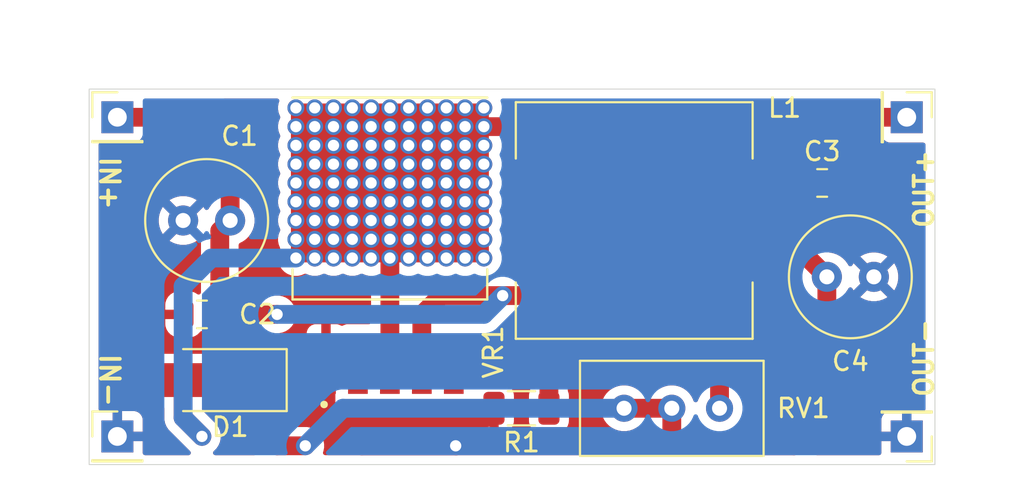
<source format=kicad_pcb>
(kicad_pcb (version 20241229) (generator "pcbnew") (generator_version "9.0")
  (layers (0 "F.Cu" signal) (2 "B.Cu" signal) (13 "F.Paste" user) (15 "B.Paste" user) (5 "F.SilkS" user "F.Silkscreen") (7 "B.SilkS" user "B.Silkscreen") (1 "F.Mask" user) (3 "B.Mask" user) (25 "Edge.Cuts" user))
  (net 0 "")
  (net 1 "GND")
  (net 2 "Net-(J1-Pin_1)")
  (net 3 "Net-(D1-K)")
  (net 4 "Net-(D1-A)")
  (net 5 "Net-(VR1-FB)")
  (footprint "Inductor_SMD:L_12x12mm_H8mm" (layer "F.Cu") (at 154.5 96.5)
    (property "Reference" "L1" (at 8 -6 0) (layer "F.SilkS"))
    (property "Value" "33uH")
    (fp_line (start -6.3 -6.3) (end 6.3 -6.3) (stroke (width 0.12)) (layer "F.SilkS"))
    (fp_line (start -6.3 -3.3) (end -6.3 -6.3) (stroke (width 0.12)) (layer "F.SilkS"))
    (fp_line (start -6.3 6.3) (end -6.3 3.3) (stroke (width 0.12)) (layer "F.SilkS"))
    (fp_line (start 6.3 -6.3) (end 6.3 -3.3) (stroke (width 0.12)) (layer "F.SilkS"))
    (fp_line (start 6.3 3.3) (end 6.3 6.3) (stroke (width 0.12)) (layer "F.SilkS"))
    (fp_line (start 6.3 6.3) (end -6.3 6.3) (stroke (width 0.12)) (layer "F.SilkS"))
    (pad "1" smd rect (at -4.95 0) (size 2.9 5.4) (layers "F.Cu" "F.Mask" "F.Paste") (net 2 "Net-(J1-Pin_1)"))
    (pad "2" smd rect (at 4.95 0) (size 2.9 5.4) (layers "F.Cu" "F.Mask" "F.Paste") (net 4 "Net-(D1-A)"))
  )
  (footprint "Connector_PinHeader_2.54mm:PinHeader_1x01_P2.54mm_Vertical" (layer "F.Cu") (at 127 108)
    (property "Reference" "J2" (hide yes))
    (property "Value" "Conn_01x01_Pin")
    (fp_line (start -1.33 -1.33) (end 0 -1.33) (stroke (width 0.12)) (layer "F.SilkS"))
    (fp_line (start -1.33 0) (end -1.33 -1.33) (stroke (width 0.12)) (layer "F.SilkS"))
    (fp_line (start -1.33 1.27) (end -1.33 1.33) (stroke (width 0.12)) (layer "F.SilkS"))
    (fp_line (start -1.33 1.27) (end 1.33 1.27) (stroke (width 0.12)) (layer "F.SilkS"))
    (fp_line (start -1.33 1.33) (end 1.33 1.33) (stroke (width 0.12)) (layer "F.SilkS"))
    (fp_line (start 1.33 1.27) (end 1.33 1.33) (stroke (width 0.12)) (layer "F.SilkS"))
    (pad "1" thru_hole rect (at 0 0) (size 1.7 1.7) (drill 1) (layers "*.Cu" "*.Mask") (net 1 "GND"))
  )
  (footprint "Capacitor_THT:C_Radial_D6.3mm_H11.0mm_P2.50mm" (layer "F.Cu") (at 133 96.5 180)
    (property "Reference" "C1" (at -0.5 4.5 0) (layer "F.SilkS"))
    (property "Value" "47uF/50V")
    (fp_circle (center 1.25 0) (end 4.52 0) (stroke (width 0.12)) (fill no) (layer "F.SilkS"))
    (pad "1" thru_hole circle (at 0 0 180) (size 1.6 1.6) (drill 0.8) (layers "*.Cu" "*.Mask") (net 2 "Net-(J1-Pin_1)"))
    (pad "2" thru_hole circle (at 2.5 0 180) (size 1.6 1.6) (drill 0.8) (layers "*.Cu" "*.Mask") (net 1 "GND"))
  )
  (footprint "Capacitor_SMD:C_0805_2012Metric" (layer "F.Cu") (at 131.5 101.5 180)
    (property "Reference" "C2" (at -2.95 0 0) (layer "F.SilkS"))
    (property "Value" "1uF")
    (fp_line (start -0.261252 0.735) (end 0.261252 0.735) (stroke (width 0.12)) (layer "F.SilkS"))
    (fp_line (start -0.261252 -0.735) (end 0.261252 -0.735) (stroke (width 0.12)) (layer "F.SilkS"))
    (pad "1" smd roundrect (at -0.95 0 180) (size 1 1.45) (layers "F.Cu" "F.Mask" "F.Paste") (net 2 "Net-(J1-Pin_1)"))
    (pad "2" smd roundrect (at 0.95 0 180) (size 1 1.45) (layers "F.Cu" "F.Mask" "F.Paste") (net 1 "GND"))
  )
  (footprint "Resistor_SMD:R_1206_3216Metric" (layer "F.Cu") (at 148.5 106.5 180)
    (property "Reference" "R1" (at 0 -1.82 0) (layer "F.SilkS"))
    (property "Value" "1K")
    (fp_line (start -0.727064 0.91) (end 0.727064 0.91) (stroke (width 0.12)) (layer "F.SilkS"))
    (fp_line (start -0.727064 -0.91) (end 0.727064 -0.91) (stroke (width 0.12)) (layer "F.SilkS"))
    (pad "1" smd roundrect (at -1.4625 0 180) (size 1.125 1.75) (layers "F.Cu" "F.Mask" "F.Paste") (roundrect_rratio 0.222222) (net 5 "Net-(VR1-FB)"))
    (pad "2" smd roundrect (at 1.4625 0 180) (size 1.125 1.75) (layers "F.Cu" "F.Mask" "F.Paste") (roundrect_rratio 0.222222) (net 1 "GND"))
  )
  (footprint "Connector_PinHeader_2.54mm:PinHeader_1x01_P2.54mm_Vertical" (layer "F.Cu") (at 169 108 180)
    (property "Reference" "J3" (hide yes))
    (property "Value" "Conn_01x01_Pin")
    (fp_line (start 1.33 1.27) (end 1.33 1.33) (stroke (width 0.12)) (layer "F.SilkS"))
    (fp_line (start -1.33 1.33) (end 1.33 1.33) (stroke (width 0.12)) (layer "F.SilkS"))
    (fp_line (start -1.33 1.27) (end 1.33 1.27) (stroke (width 0.12)) (layer "F.SilkS"))
    (fp_line (start -1.33 1.27) (end -1.33 1.33) (stroke (width 0.12)) (layer "F.SilkS"))
    (fp_line (start -1.33 0) (end -1.33 -1.33) (stroke (width 0.12)) (layer "F.SilkS"))
    (fp_line (start -1.33 -1.33) (end 0 -1.33) (stroke (width 0.12)) (layer "F.SilkS"))
    (pad "1" thru_hole rect (at 0 0 180) (size 1.7 1.7) (drill 1) (layers "*.Cu" "*.Mask") (net 1 "GND"))
  )
  (footprint "Capacitor_THT:C_Radial_D6.3mm_H11.0mm_P2.50mm" (layer "F.Cu") (at 164.75 99.5)
    (property "Reference" "C4" (at 1.25 4.5 0) (layer "F.SilkS"))
    (property "Value" "220uF/50V")
    (fp_circle (center 1.25 0) (end 4.52 0) (stroke (width 0.12)) (fill no) (layer "F.SilkS"))
    (pad "1" thru_hole circle (at 0 0) (size 1.6 1.6) (drill 0.8) (layers "*.Cu" "*.Mask") (net 3 "Net-(D1-K)"))
    (pad "2" thru_hole circle (at 2.5 0) (size 1.6 1.6) (drill 0.8) (layers "*.Cu" "*.Mask") (net 1 "GND"))
  )
  (footprint "Capacitor_SMD:C_0805_2012Metric" (layer "F.Cu") (at 164.5 94.5)
    (property "Reference" "C3" (at 0 -1.68 0) (layer "F.SilkS"))
    (property "Value" "1uF")
    (fp_line (start -0.261252 -0.735) (end 0.261252 -0.735) (stroke (width 0.12)) (layer "F.SilkS"))
    (fp_line (start -0.261252 0.735) (end 0.261252 0.735) (stroke (width 0.12)) (layer "F.SilkS"))
    (pad "1" smd roundrect (at -0.95 0) (size 1 1.45) (layers "F.Cu" "F.Mask" "F.Paste") (net 3 "Net-(D1-K)"))
    (pad "2" smd roundrect (at 0.95 0) (size 1 1.45) (layers "F.Cu" "F.Mask" "F.Paste") (net 1 "GND"))
  )
  (footprint "Connector_PinHeader_2.54mm:PinHeader_1x01_P2.54mm_Vertical" (layer "F.Cu") (at 127 91)
    (property "Reference" "J1" (hide yes))
    (property "Value" "Conn_01x01_Pin")
    (fp_line (start -1.33 -1.33) (end 0 -1.33) (stroke (width 0.12)) (layer "F.SilkS"))
    (fp_line (start -1.33 0) (end -1.33 -1.33) (stroke (width 0.12)) (layer "F.SilkS"))
    (fp_line (start -1.33 1.27) (end -1.33 1.33) (stroke (width 0.12)) (layer "F.SilkS"))
    (fp_line (start -1.33 1.27) (end 1.33 1.27) (stroke (width 0.12)) (layer "F.SilkS"))
    (fp_line (start -1.33 1.33) (end 1.33 1.33) (stroke (width 0.12)) (layer "F.SilkS"))
    (fp_line (start 1.33 1.27) (end 1.33 1.33) (stroke (width 0.12)) (layer "F.SilkS"))
    (pad "1" thru_hole rect (at 0 0) (size 1.7 1.7) (drill 1) (layers "*.Cu" "*.Mask") (net 2 "Net-(J1-Pin_1)"))
  )
  (footprint "Connector_PinHeader_2.54mm:PinHeader_1x01_P2.54mm_Vertical" (layer "F.Cu") (at 169 91 -90)
    (property "Reference" "J4" (hide yes))
    (property "Value" "Conn_01x01_Pin")
    (fp_line (start -1.33 1.33) (end 1.33 1.33) (stroke (width 0.12)) (layer "F.SilkS"))
    (fp_line (start -1.33 1.27) (end -1.33 1.33) (stroke (width 0.12)) (layer "F.SilkS"))
    (fp_line (start -1.33 1.27) (end 1.33 1.27) (stroke (width 0.12)) (layer "F.SilkS"))
    (fp_line (start 1.33 1.27) (end 1.33 1.33) (stroke (width 0.12)) (layer "F.SilkS"))
    (fp_line (start -1.33 0) (end -1.33 -1.33) (stroke (width 0.12)) (layer "F.SilkS"))
    (fp_line (start -1.33 -1.33) (end 0 -1.33) (stroke (width 0.12)) (layer "F.SilkS"))
    (pad "1" thru_hole rect (at 0 0 270) (size 1.7 1.7) (drill 1) (layers "*.Cu" "*.Mask") (net 3 "Net-(D1-K)"))
  )
  (footprint "XL6009:XL6009" (layer "F.Cu") (at 141.5 98 90)
    (property "Reference" "VR1" (at -5.5 5.5 90) (layer "F.SilkS"))
    (property "Value" "XL6009")
    (fp_line (start 8.05 -5.18) (end 8.05 5.18) (stroke (width 0.127)) (layer "F.SilkS"))
    (fp_line (start -1.1 -5.18) (end -2.705 -5.18) (stroke (width 0.127)) (layer "F.SilkS"))
    (fp_line (start -2.705 -5.18) (end -2.705 5.18) (stroke (width 0.127)) (layer "F.SilkS"))
    (fp_line (start -1.1 5.18) (end -2.705 5.18) (stroke (width 0.127)) (layer "F.SilkS"))
    (fp_circle (center -8.3 -3.5) (end -8.2 -3.5) (stroke (width 0.2)) (fill no) (layer "F.SilkS"))
    (pad "1" smd rect (at -6.13 -3.4 90) (size 3.21 1.05) (layers "F.Cu" "F.Mask" "F.Paste") (net 1 "GND"))
    (pad "2" smd rect (at -6.13 -1.7 90) (size 3.21 1.05) (layers "F.Cu" "F.Mask" "F.Paste"))
    (pad "3" smd rect (at -6.13 0 90) (size 3.21 1.05) (layers "F.Cu" "F.Mask" "F.Paste") (net 4 "Net-(D1-A)"))
    (pad "4" smd rect (at -6.13 1.7 90) (size 3.21 1.05) (layers "F.Cu" "F.Mask" "F.Paste") (net 2 "Net-(J1-Pin_1)"))
    (pad "5" smd rect (at -6.13 3.4 90) (size 3.21 1.05) (layers "F.Cu" "F.Mask" "F.Paste") (net 5 "Net-(VR1-FB)"))
    (pad "6" smd rect (at 3.5 0 90) (size 8.46 10.53) (layers "F.Cu" "F.Mask") (net 4 "Net-(D1-A)"))
  )
  (footprint "Diode_SMD:D_SMA" (layer "F.Cu") (at 132.5 105 180)
    (property "Reference" "D1" (at -0.5 -2.5 0) (layer "F.SilkS"))
    (property "Value" "SS34")
    (fp_line (start -3.51 1.65) (end 2 1.65) (stroke (width 0.12)) (layer "F.SilkS"))
    (fp_line (start -3.51 -1.65) (end 2 -1.65) (stroke (width 0.12)) (layer "F.SilkS"))
    (fp_line (start -3.51 -1.65) (end -3.51 1.65) (stroke (width 0.12)) (layer "F.SilkS"))
    (pad "1" smd roundrect (at -2 0 180) (size 2.5 1.8) (layers "F.Cu" "F.Mask" "F.Paste") (roundrect_rratio 0.1388888889) (net 3 "Net-(D1-K)"))
    (pad "2" smd roundrect (at 2 0 180) (size 2.5 1.8) (layers "F.Cu" "F.Mask" "F.Paste") (roundrect_rratio 0.1388888889) (net 4 "Net-(D1-A)"))
  )
  (footprint "Potentiometer_THT:Potentiometer_Bourns_3296W_Vertical" (layer "F.Cu") (at 159.04 106.5)
    (property "Reference" "RV1" (at 4.46 0 0) (layer "F.SilkS"))
    (property "Value" "50K")
    (fp_line (start -7.425 -2.53) (end -7.425 2.54) (stroke (width 0.12)) (layer "F.SilkS"))
    (fp_line (start -7.425 -2.53) (end 2.345 -2.53) (stroke (width 0.12)) (layer "F.SilkS"))
    (fp_line (start -7.425 2.54) (end 2.345 2.54) (stroke (width 0.12)) (layer "F.SilkS"))
    (fp_line (start 2.345 -2.53) (end 2.345 2.54) (stroke (width 0.12)) (layer "F.SilkS"))
    (pad "1" thru_hole circle (at 0 0) (size 1.44 1.44) (drill 0.8) (layers "*.Cu" "*.Mask") (net 5 "Net-(VR1-FB)"))
    (pad "2" thru_hole circle (at -2.54 0) (size 1.44 1.44) (drill 0.8) (layers "*.Cu" "*.Mask") (net 3 "Net-(D1-K)"))
    (pad "3" thru_hole circle (at -5.08 0) (size 1.44 1.44) (drill 0.8) (layers "*.Cu" "*.Mask") (net 3 "Net-(D1-K)"))
  )
  (gr_rect (start 125.5 89.5) (end 170.5 109.5) (stroke (width 0.05)) (fill no) (layer "Edge.Cuts"))
  (gr_text "IN+" (at 126 93 270) (layer "F.SilkS") (effects (font (size 1 1) (thickness 0.2) (bold yes)) (justify left bottom)))
  (gr_text "IN-" (at 126 103.5 270) (layer "F.SilkS") (effects (font (size 1 1) (thickness 0.2) (bold yes)) (justify left bottom)))
  (gr_text "OUT-" (at 170.5 106 90) (layer "F.SilkS") (effects (font (size 1 1) (thickness 0.2) (bold yes)) (justify left bottom)))
  (gr_text "OUT+" (at 170.5 97 90) (layer "F.SilkS") (effects (font (size 1 1) (thickness 0.2) (bold yes)) (justify left bottom)))
  (segment (start 140 108.5) (end 145 108.5) (width 1) (layer "F.Cu") (net 1))
  (segment (start 138.1 104.13) (end 138.1 106.6) (width 1) (layer "F.Cu") (net 1))
  (segment (start 145.0375 108.5) (end 147.0375 106.5) (width 1) (layer "F.Cu") (net 1))
  (segment (start 145 108.5) (end 145.0375 108.5) (width 1) (layer "F.Cu") (net 1))
  (segment (start 138.1 106.6) (end 140 108.5) (width 1) (layer "F.Cu") (net 1))
  (via (at 145 108.5) (size 0.9) (drill 0.6) (layers "F.Cu" "B.Cu") (net 1))
  (segment (start 127 91) (end 132 91) (width 1) (layer "F.Cu") (net 2))
  (segment (start 132.45 97.05) (end 133 96.5) (width 1) (layer "F.Cu") (net 2))
  (segment (start 132.45 101.5) (end 132.45 97.05) (width 1) (layer "F.Cu") (net 2))
  (segment (start 143.2 104.13) (end 143.2 101.525) (width 1) (layer "F.Cu") (net 2))
  (segment (start 132 91) (end 133 92) (width 1) (layer "F.Cu") (net 2))
  (segment (start 133 92) (end 133 96.5) (width 1) (layer "F.Cu") (net 2))
  (segment (start 132.45 101.5) (end 135.5 101.5) (width 1) (layer "F.Cu") (net 2))
  (segment (start 146.5 100.5) (end 147.5 100.5) (width 1) (layer "F.Cu") (net 2))
  (segment (start 149.5 100.5) (end 150.05 99.95) (width 1) (layer "F.Cu") (net 2))
  (segment (start 147.5 100.5) (end 149.5 100.5) (width 1) (layer "F.Cu") (net 2))
  (segment (start 150.05 99.95) (end 150.05 96.5) (width 1) (layer "F.Cu") (net 2))
  (segment (start 144.225 100.5) (end 146.5 100.5) (width 1) (layer "F.Cu") (net 2))
  (segment (start 143.2 101.525) (end 144.225 100.5) (width 1) (layer "F.Cu") (net 2))
  (via (at 147.5 100.5) (size 0.9) (drill 0.6) (layers "F.Cu" "B.Cu") (net 2))
  (via (at 135.5 101.5) (size 0.9) (drill 0.6) (layers "F.Cu" "B.Cu") (net 2))
  (segment (start 146.5 101.5) (end 147.5 100.5) (width 1) (layer "B.Cu") (net 2))
  (segment (start 135.5 101.5) (end 146.5 101.5) (width 1) (layer "B.Cu") (net 2))
  (segment (start 134.5 107.5) (end 134.5 105) (width 1) (layer "F.Cu") (net 3))
  (segment (start 137 108.5) (end 135.5 108.5) (width 1) (layer "F.Cu") (net 3))
  (segment (start 153.96 106.5) (end 156.5 106.5) (width 1) (layer "F.Cu") (net 3))
  (segment (start 157 108.5) (end 163 108.5) (width 1) (layer "F.Cu") (net 3))
  (segment (start 163.5 93) (end 163.55 93.05) (width 1) (layer "F.Cu") (net 3))
  (segment (start 164.75 106.75) (end 164.75 99.5) (width 1) (layer "F.Cu") (net 3))
  (segment (start 163.55 98.3) (end 164.75 99.5) (width 1) (layer "F.Cu") (net 3))
  (segment (start 165.5 91) (end 163.5 93) (width 1) (layer "F.Cu") (net 3))
  (segment (start 169 91) (end 165.5 91) (width 1) (layer "F.Cu") (net 3))
  (segment (start 135.5 108.5) (end 134.5 107.5) (width 1) (layer "F.Cu") (net 3))
  (segment (start 163 108.5) (end 164.75 106.75) (width 1) (layer "F.Cu") (net 3))
  (segment (start 163.55 94.5) (end 163.55 98.3) (width 1) (layer "F.Cu") (net 3))
  (segment (start 163.55 93.05) (end 163.55 94.5) (width 1) (layer "F.Cu") (net 3))
  (segment (start 156.5 106.5) (end 156.5 108) (width 1) (layer "F.Cu") (net 3))
  (segment (start 156.5 108) (end 157 108.5) (width 1) (layer "F.Cu") (net 3))
  (via (at 137 108.5) (size 0.9) (drill 0.6) (layers "F.Cu" "B.Cu") (net 3))
  (segment (start 137 108.5) (end 139 106.5) (width 1) (layer "B.Cu") (net 3))
  (segment (start 139 106.5) (end 153.96 106.5) (width 1) (layer "B.Cu") (net 3))
  (segment (start 141.5 104.13) (end 141.5 94.5) (width 1) (layer "F.Cu") (net 4))
  (segment (start 130.5 105) (end 130.5 107) (width 1) (layer "F.Cu") (net 4))
  (segment (start 157 91.5) (end 146.5 91.5) (width 1) (layer "F.Cu") (net 4))
  (segment (start 159.95 96.5) (end 159.95 94.45) (width 1) (layer "F.Cu") (net 4))
  (segment (start 159.95 94.45) (end 157 91.5) (width 1) (layer "F.Cu") (net 4))
  (segment (start 130.5 107) (end 131.5 108) (width 1) (layer "F.Cu") (net 4))
  (via (at 145.5 92.5) (size 0.9) (drill 0.6) (layers "F.Cu" "B.Cu") (net 4))
  (via (at 145.5 91.5) (size 0.9) (drill 0.6) (layers "F.Cu" "B.Cu") (net 4))
  (via (at 141.5 92.5) (size 0.9) (drill 0.6) (layers "F.Cu" "B.Cu") (net 4))
  (via (at 145.5 94.5) (size 0.9) (drill 0.6) (layers "F.Cu" "B.Cu") (net 4))
  (via (at 140.5 95.5) (size 0.9) (drill 0.6) (layers "F.Cu" "B.Cu") (net 4))
  (via (at 144.5 92.5) (size 0.9) (drill 0.6) (layers "F.Cu" "B.Cu") (net 4))
  (via (at 136.5 98.5) (size 0.9) (drill 0.6) (layers "F.Cu" "B.Cu") (net 4))
  (via (at 146.5 91.5) (size 0.9) (drill 0.6) (layers "F.Cu" "B.Cu") (net 4))
  (via (at 143.5 93.5) (size 0.9) (drill 0.6) (layers "F.Cu" "B.Cu") (net 4))
  (via (at 137.5 95.5) (size 0.9) (drill 0.6) (layers "F.Cu" "B.Cu") (net 4))
  (via (at 141.5 97.5) (size 0.9) (drill 0.6) (layers "F.Cu" "B.Cu") (net 4))
  (via (at 146.5 96.5) (size 0.9) (drill 0.6) (layers "F.Cu" "B.Cu") (net 4))
  (via (at 145.5 98.5) (size 0.9) (drill 0.6) (layers "F.Cu" "B.Cu") (net 4))
  (via (at 142.5 95.5) (size 0.9) (drill 0.6) (layers "F.Cu" "B.Cu") (net 4))
  (via (at 141.5 93.5) (size 0.9) (drill 0.6) (layers "F.Cu" "B.Cu") (net 4))
  (via (at 144.5 93.5) (size 0.9) (drill 0.6) (layers "F.Cu" "B.Cu") (net 4))
  (via (at 143.5 92.5) (size 0.9) (drill 0.6) (layers "F.Cu" "B.Cu") (net 4))
  (via (at 136.5 91.5) (size 0.9) (drill 0.6) (layers "F.Cu" "B.Cu") (net 4))
  (via (at 139.5 92.5) (size 0.9) (drill 0.6) (layers "F.Cu" "B.Cu") (net 4))
  (via (at 145.5 95.5) (size 0.9) (drill 0.6) (layers "F.Cu" "B.Cu") (net 4))
  (via (at 145.5 90.5) (size 0.9) (drill 0.6) (layers "F.Cu" "B.Cu") (net 4))
  (via (at 140.5 91.5) (size 0.9) (drill 0.6) (layers "F.Cu" "B.Cu") (net 4))
  (via (at 140.5 93.5) (size 0.9) (drill 0.6) (layers "F.Cu" "B.Cu") (net 4))
  (via (at 143.5 98.5) (size 0.9) (drill 0.6) (layers "F.Cu" "B.Cu") (net 4))
  (via (at 145.5 97.5) (size 0.9) (drill 0.6) (layers "F.Cu" "B.Cu") (net 4))
  (via (at 137.5 92.5) (size 0.9) (drill 0.6) (layers "F.Cu" "B.Cu") (net 4))
  (via (at 141.5 95.5) (size 0.9) (drill 0.6) (layers "F.Cu" "B.Cu") (net 4))
  (via (at 141.5 96.5) (size 0.9) (drill 0.6) (layers "F.Cu" "B.Cu") (net 4))
  (via (at 142.5 98.5) (size 0.9) (drill 0.6) (layers "F.Cu" "B.Cu") (net 4))
  (via (at 142.5 93.5) (size 0.9) (drill 0.6) (layers "F.Cu" "B.Cu") (net 4))
  (via (at 139.5 91.5) (size 0.9) (drill 0.6) (layers "F.Cu" "B.Cu") (net 4))
  (via (at 137.5 90.5) (size 0.9) (drill 0.6) (layers "F.Cu" "B.Cu") (net 4))
  (via (at 137.5 97.5) (size 0.9) (drill 0.6) (layers "F.Cu" "B.Cu") (net 4))
  (via (at 146.5 90.5) (size 0.9) (drill 0.6) (layers "F.Cu" "B.Cu") (net 4))
  (via (at 146.5 98.5) (size 0.9) (drill 0.6) (layers "F.Cu" "B.Cu") (net 4))
  (via (at 144.5 95.5) (size 0.9) (drill 0.6) (layers "F.Cu" "B.Cu") (net 4))
  (via (at 142.5 92.5) (size 0.9) (drill 0.6) (layers "F.Cu" "B.Cu") (net 4))
  (via (at 142.5 90.5) (size 0.9) (drill 0.6) (layers "F.Cu" "B.Cu") (net 4))
  (via (at 143.5 90.5) (size 0.9) (drill 0.6) (layers "F.Cu" "B.Cu") (net 4))
  (via (at 140.5 97.5) (size 0.9) (drill 0.6) (layers "F.Cu" "B.Cu") (net 4))
  (via (at 139.5 98.5) (size 0.9) (drill 0.6) (layers "F.Cu" "B.Cu") (net 4))
  (via (at 138.5 93.5) (size 0.9) (drill 0.6) (layers "F.Cu" "B.Cu") (net 4))
  (via (at 138.5 95.5) (size 0.9) (drill 0.6) (layers "F.Cu" "B.Cu") (net 4))
  (via (at 140.5 98.5) (size 0.9) (drill 0.6) (layers "F.Cu" "B.Cu") (net 4))
  (via (at 143.5 91.5) (size 0.9) (drill 0.6) (layers "F.Cu" "B.Cu") (net 4))
  (via (at 143.5 94.5) (size 0.9) (drill 0.6) (layers "F.Cu" "B.Cu") (net 4))
  (via (at 137.5 93.5) (size 0.9) (drill 0.6) (layers "F.Cu" "B.Cu") (net 4))
  (via (at 137.5 91.5) (size 0.9) (drill 0.6) (layers "F.Cu" "B.Cu") (net 4))
  (via (at 145.5 96.5) (size 0.9) (drill 0.6) (layers "F.Cu" "B.Cu") (net 4))
  (via (at 142.5 94.5) (size 0.9) (drill 0.6) (layers "F.Cu" "B.Cu") (net 4))
  (via (at 136.5 95.5) (size 0.9) (drill 0.6) (layers "F.Cu" "B.Cu") (net 4))
  (via (at 138.5 98.5) (size 0.9) (drill 0.6) (layers "F.Cu" "B.Cu") (net 4))
  (via (at 138.5 90.5) (size 0.9) (drill 0.6) (layers "F.Cu" "B.Cu") (net 4))
  (via (at 146.5 92.5) (size 0.9) (drill 0.6) (layers "F.Cu" "B.Cu") (net 4))
  (via (at 138.5 97.5) (size 0.9) (drill 0.6) (layers "F.Cu" "B.Cu") (net 4))
  (via (at 141.5 98.5) (size 0.9) (drill 0.6) (layers "F.Cu" "B.Cu") (net 4))
  (via (at 136.5 94.5) (size 0.9) (drill 0.6) (layers "F.Cu" "B.Cu") (net 4))
  (via (at 140.5 90.5) (size 0.9) (drill 0.6) (layers "F.Cu" "B.Cu") (net 4))
  (via (at 138.5 94.5) (size 0.9) (drill 0.6) (layers "F.Cu" "B.Cu") (net 4))
  (via (at 144.5 96.5) (size 0.9) (drill 0.6) (layers "F.Cu" "B.Cu") (net 4))
  (via (at 140.5 96.5) (size 0.9) (drill 0.6) (layers "F.Cu" "B.Cu") (net 4))
  (via (at 142.5 97.5) (size 0.9) (drill 0.6) (layers "F.Cu" "B.Cu") (net 4))
  (via (at 143.5 95.5) (size 0.9) (drill 0.6) (layers "F.Cu" "B.Cu") (net 4))
  (via (at 139.5 90.5) (size 0.9) (drill 0.6) (layers "F.Cu" "B.Cu") (net 4))
  (via (at 138.5 96.5) (size 0.9) (drill 0.6) (layers "F.Cu" "B.Cu") (net 4))
  (via (at 138.5 92.5) (size 0.9) (drill 0.6) (layers "F.Cu" "B.Cu") (net 4))
  (via (at 141.5 94.5) (size 0.9) (drill 0.6) (layers "F.Cu" "B.Cu") (net 4))
  (via (at 131.5 108) (size 0.9) (drill 0.6) (layers "F.Cu" "B.Cu") (net 4))
  (via (at 146.5 93.5) (size 0.9) (drill 0.6) (layers "F.Cu" "B.Cu") (net 4))
  (via (at 141.5 94.5) (size 0.9) (drill 0.6) (layers "F.Cu" "B.Cu") (net 4))
  (via (at 138.5 91.5) (size 0.9) (drill 0.6) (layers "F.Cu" "B.Cu") (net 4))
  (via (at 142.5 91.5) (size 0.9) (drill 0.6) (layers "F.Cu" "B.Cu") (net 4))
  (via (at 136.5 97.5) (size 0.9) (drill 0.6) (layers "F.Cu" "B.Cu") (net 4))
  (via (at 139.5 93.5) (size 0.9) (drill 0.6) (layers "F.Cu" "B.Cu") (net 4))
  (via (at 136.5 92.5) (size 0.9) (drill 0.6) (layers "F.Cu" "B.Cu") (net 4))
  (via (at 144.5 91.5) (size 0.9) (drill 0.6) (layers "F.Cu" "B.Cu") (net 4))
  (via (at 144.5 98.5) (size 0.9) (drill 0.6) (layers "F.Cu" "B.Cu") (net 4))
  (via (at 139.5 94.5) (size 0.9) (drill 0.6) (layers "F.Cu" "B.Cu") (net 4))
  (via (at 140.5 92.5) (size 0.9) (drill 0.6) (layers "F.Cu" "B.Cu") (net 4))
  (via (at 140.5 94.5) (size 0.9) (drill 0.6) (layers "F.Cu" "B.Cu") (net 4))
  (via (at 136.5 90.5) (size 0.9) (drill 0.6) (layers "F.Cu" "B.Cu") (net 4))
  (via (at 139.5 95.5) (size 0.9) (drill 0.6) (layers "F.Cu" "B.Cu") (net 4))
  (via (at 146.5 94.5) (size 0.9) (drill 0.6) (layers "F.Cu" "B.Cu") (net 4))
  (via (at 143.5 96.5) (size 0.9) (drill 0.6) (layers "F.Cu" "B.Cu") (net 4))
  (via (at 136.5 96.5) (size 0.9) (drill 0.6) (layers "F.Cu" "B.Cu") (net 4))
  (via (at 142.5 96.5) (size 0.9) (drill 0.6) (layers "F.Cu" "B.Cu") (net 4))
  (via (at 136.5 93.5) (size 0.9) (drill 0.6) (layers "F.Cu" "B.Cu") (net 4))
  (via (at 141.5 91.5) (size 0.9) (drill 0.6) (layers "F.Cu" "B.Cu") (net 4))
  (via (at 141.5 90.5) (size 0.9) (drill 0.6) (layers "F.Cu" "B.Cu") (net 4))
  (via (at 143.5 97.5) (size 0.9) (drill 0.6) (layers "F.Cu" "B.Cu") (net 4))
  (via (at 146.5 97.5) (size 0.9) (drill 0.6) (layers "F.Cu" "B.Cu") (net 4))
  (via (at 144.5 90.5) (size 0.9) (drill 0.6) (layers "F.Cu" "B.Cu") (net 4))
  (via (at 137.5 96.5) (size 0.9) (drill 0.6) (layers "F.Cu" "B.Cu") (net 4))
  (via (at 137.5 98.5) (size 0.9) (drill 0.6) (layers "F.Cu" "B.Cu") (net 4))
  (via (at 144.5 94.5) (size 0.9) (drill 0.6) (layers "F.Cu" "B.Cu") (net 4))
  (via (at 139.5 97.5) (size 0.9) (drill 0.6) (layers "F.Cu" "B.Cu") (net 4))
  (via (at 146.5 95.5) (size 0.9) (drill 0.6) (layers "F.Cu" "B.Cu") (net 4))
  (via (at 145.5 93.5) (size 0.9) (drill 0.6) (layers "F.Cu" "B.Cu") (net 4))
  (via (at 144.5 97.5) (size 0.9) (drill 0.6) (layers "F.Cu" "B.Cu") (net 4))
  (via (at 139.5 96.5) (size 0.9) (drill 0.6) (layers "F.Cu" "B.Cu") (net 4))
  (via (at 137.5 94.5) (size 0.9) (drill 0.6) (layers "F.Cu" "B.Cu") (net 4))
  (segment (start 136.5 98.5) (end 132 98.5) (width 1) (layer "B.Cu") (net 4))
  (segment (start 132 98.5) (end 130.5 100) (width 1) (layer "B.Cu") (net 4))
  (segment (start 130.5 100) (end 130.5 107) (width 1) (layer "B.Cu") (net 4))
  (segment (start 130.5 107) (end 131.5 108) (width 1) (layer "B.Cu") (net 4))
  (segment (start 149.9625 106.5) (end 149.9625 104.4625) (width 1) (layer "F.Cu") (net 5))
  (segment (start 148.5 104) (end 148.37 104.13) (width 1) (layer "F.Cu") (net 5))
  (segment (start 149.5 104) (end 148.5 104) (width 1) (layer "F.Cu") (net 5))
  (segment (start 149.9625 104.4625) (end 149.5 104) (width 1) (layer "F.Cu") (net 5))
  (segment (start 159.04 106.5) (end 159.04 105.04) (width 1) (layer "F.Cu") (net 5))
  (segment (start 159.04 105.04) (end 158 104) (width 1) (layer "F.Cu") (net 5))
  (segment (start 148.37 104.13) (end 144.9 104.13) (width 1) (layer "F.Cu") (net 5))
  (segment (start 158 104) (end 149.5 104) (width 1) (layer "F.Cu") (net 5))
  (zone (net 1) (net_name "GND") (layers "F.Cu" "B.Cu") (connect_pads (clearance 0.5)) (min_thickness 0.25) (fill yes (thermal_gap 0.5) (thermal_bridge_width 0.5))
    (polygon (pts (xy 124.5 88.5) (xy 171.5 88.5) (xy 171.5 110.5) (xy 124.5 110.5)))
  )
)
</source>
